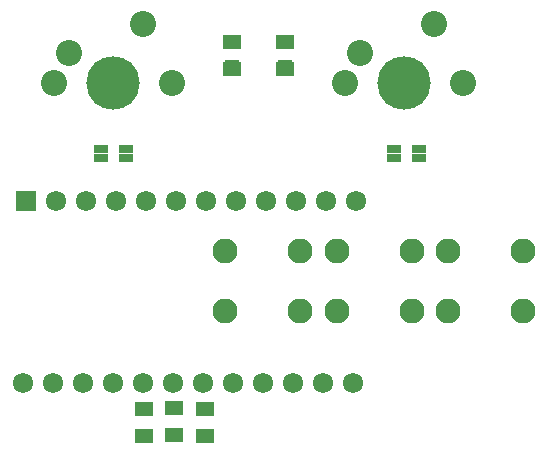
<source format=gts>
G04 Layer_Color=8388736*
%FSLAX24Y24*%
%MOIN*%
G70*
G01*
G75*
%ADD30R,0.0630X0.0474*%
%ADD31R,0.0474X0.0277*%
%ADD32C,0.0867*%
%ADD33C,0.0830*%
%ADD34C,0.0678*%
%ADD35R,0.0678X0.0678*%
%ADD36R,0.0474X0.0474*%
%ADD37R,0.0395X0.0277*%
%ADD38C,0.1780*%
D30*
X10790Y15600D02*
D03*
Y16500D02*
D03*
X9040Y15610D02*
D03*
Y16510D02*
D03*
X8120Y3360D02*
D03*
Y4260D02*
D03*
X7090Y3390D02*
D03*
Y4290D02*
D03*
X6090Y3360D02*
D03*
Y4260D02*
D03*
D31*
X4663Y12630D02*
D03*
X5490D02*
D03*
X4663Y12945D02*
D03*
X5490D02*
D03*
X15250Y12938D02*
D03*
X14423D02*
D03*
X15250Y12623D02*
D03*
X14423D02*
D03*
D32*
X3589Y16116D02*
D03*
X6050Y17100D02*
D03*
X13289Y16116D02*
D03*
X15750Y17100D02*
D03*
X7034Y15131D02*
D03*
X3097D02*
D03*
X16734D02*
D03*
X12797D02*
D03*
D33*
X18730Y7520D02*
D03*
X16230Y9520D02*
D03*
Y7520D02*
D03*
X18730Y9520D02*
D03*
X15030Y7520D02*
D03*
X12530Y9520D02*
D03*
Y7520D02*
D03*
X15030Y9520D02*
D03*
X11310Y7520D02*
D03*
X8810Y9520D02*
D03*
Y7520D02*
D03*
X11310Y9520D02*
D03*
D34*
X2070Y5130D02*
D03*
X3070D02*
D03*
X4070D02*
D03*
X5070D02*
D03*
X6070D02*
D03*
X7070D02*
D03*
X8070D02*
D03*
X9070D02*
D03*
X10070D02*
D03*
X11070D02*
D03*
X12070D02*
D03*
X13070D02*
D03*
X3170Y11180D02*
D03*
X4170D02*
D03*
X5170D02*
D03*
X6170D02*
D03*
X7170D02*
D03*
X8170D02*
D03*
X9170D02*
D03*
X10170D02*
D03*
X11170D02*
D03*
X12170D02*
D03*
X13170D02*
D03*
D35*
X2170D02*
D03*
D36*
X10790Y15656D02*
D03*
X9040Y15676D02*
D03*
D37*
X14423Y12938D02*
D03*
D38*
X5066Y15131D02*
D03*
X14766D02*
D03*
M02*

</source>
